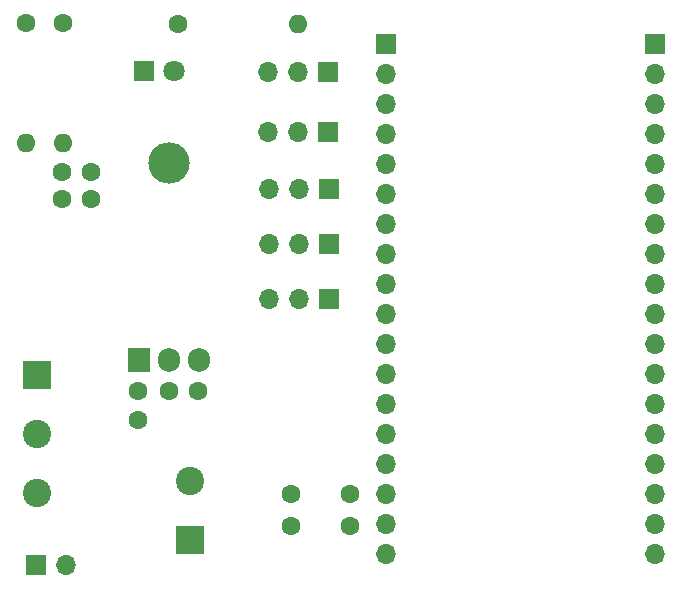
<source format=gbr>
%TF.GenerationSoftware,KiCad,Pcbnew,8.0.2*%
%TF.CreationDate,2025-03-31T19:17:40+02:00*%
%TF.ProjectId,carte_robo_pince,63617274-655f-4726-9f62-6f5f70696e63,rev?*%
%TF.SameCoordinates,Original*%
%TF.FileFunction,Soldermask,Bot*%
%TF.FilePolarity,Negative*%
%FSLAX46Y46*%
G04 Gerber Fmt 4.6, Leading zero omitted, Abs format (unit mm)*
G04 Created by KiCad (PCBNEW 8.0.2) date 2025-03-31 19:17:40*
%MOMM*%
%LPD*%
G01*
G04 APERTURE LIST*
%ADD10R,1.700000X1.700000*%
%ADD11O,1.700000X1.700000*%
%ADD12C,1.600000*%
%ADD13O,1.600000X1.600000*%
%ADD14R,2.400000X2.400000*%
%ADD15C,2.400000*%
%ADD16R,1.800000X1.800000*%
%ADD17C,1.800000*%
%ADD18O,3.500000X3.500000*%
%ADD19R,1.905000X2.000000*%
%ADD20O,1.905000X2.000000*%
G04 APERTURE END LIST*
D10*
%TO.C,J3*%
X113125000Y-76325000D03*
D11*
X110585000Y-76325000D03*
X108045000Y-76325000D03*
%TD*%
D10*
%TO.C,J7*%
X113150000Y-95575000D03*
D11*
X110610000Y-95575000D03*
X108070000Y-95575000D03*
%TD*%
D10*
%TO.C,J1*%
X118000000Y-73960000D03*
D11*
X118000000Y-76500000D03*
X118000000Y-79040000D03*
X118000000Y-81580000D03*
X118000000Y-84120000D03*
X118000000Y-86660000D03*
X118000000Y-89200000D03*
X118000000Y-91740000D03*
X118000000Y-94280000D03*
X118000000Y-96820000D03*
X118000000Y-99360000D03*
X118000000Y-101900000D03*
X118000000Y-104440000D03*
X118000000Y-106980000D03*
X118000000Y-109520000D03*
X118000000Y-112060000D03*
X118000000Y-114600000D03*
X118000000Y-117140000D03*
%TD*%
D12*
%TO.C,R1*%
X100430000Y-72280000D03*
D13*
X110590000Y-72280000D03*
%TD*%
D12*
%TO.C,C3*%
X97050000Y-103325000D03*
X97050000Y-105825000D03*
%TD*%
D10*
%TO.C,BT1*%
X88365000Y-118070000D03*
D11*
X90905000Y-118070000D03*
%TD*%
D14*
%TO.C,C4*%
X101375000Y-115923959D03*
D15*
X101375000Y-110923959D03*
%TD*%
D10*
%TO.C,J6*%
X113150000Y-90875000D03*
D11*
X110610000Y-90875000D03*
X108070000Y-90875000D03*
%TD*%
D12*
%TO.C,C1*%
X115000000Y-112100000D03*
X110000000Y-112100000D03*
%TD*%
%TO.C,R3*%
X90670000Y-72180000D03*
D13*
X90670000Y-82340000D03*
%TD*%
D10*
%TO.C,J4*%
X113125000Y-81375000D03*
D11*
X110585000Y-81375000D03*
X108045000Y-81375000D03*
%TD*%
D12*
%TO.C,C2*%
X115000000Y-114750000D03*
X110000000Y-114750000D03*
%TD*%
D16*
%TO.C,D1*%
X97510000Y-76275000D03*
D17*
X100050000Y-76275000D03*
%TD*%
D10*
%TO.C,J2*%
X140800000Y-74000000D03*
D11*
X140800000Y-76540000D03*
X140800000Y-79080000D03*
X140800000Y-81620000D03*
X140800000Y-84160000D03*
X140800000Y-86700000D03*
X140800000Y-89240000D03*
X140800000Y-91780000D03*
X140800000Y-94320000D03*
X140800000Y-96860000D03*
X140800000Y-99400000D03*
X140800000Y-101940000D03*
X140800000Y-104480000D03*
X140800000Y-107020000D03*
X140800000Y-109560000D03*
X140800000Y-112100000D03*
X140800000Y-114640000D03*
X140800000Y-117180000D03*
%TD*%
D18*
%TO.C,U1*%
X99625000Y-84050000D03*
D19*
X97085000Y-100710000D03*
D20*
X99625000Y-100710000D03*
X102165000Y-100710000D03*
%TD*%
D12*
%TO.C,R4*%
X87500000Y-72180000D03*
D13*
X87500000Y-82340000D03*
%TD*%
D15*
%TO.C,SW1*%
X88450000Y-111970000D03*
X88450000Y-106970000D03*
D14*
X88450000Y-101970000D03*
%TD*%
D12*
%TO.C,C6*%
X90540000Y-87080000D03*
X93040000Y-87080000D03*
%TD*%
D10*
%TO.C,J5*%
X113150000Y-86250000D03*
D11*
X110610000Y-86250000D03*
X108070000Y-86250000D03*
%TD*%
D12*
%TO.C,C7*%
X90550000Y-84790000D03*
X93050000Y-84790000D03*
%TD*%
%TO.C,C5*%
X102125000Y-103350000D03*
X99625000Y-103350000D03*
%TD*%
M02*

</source>
